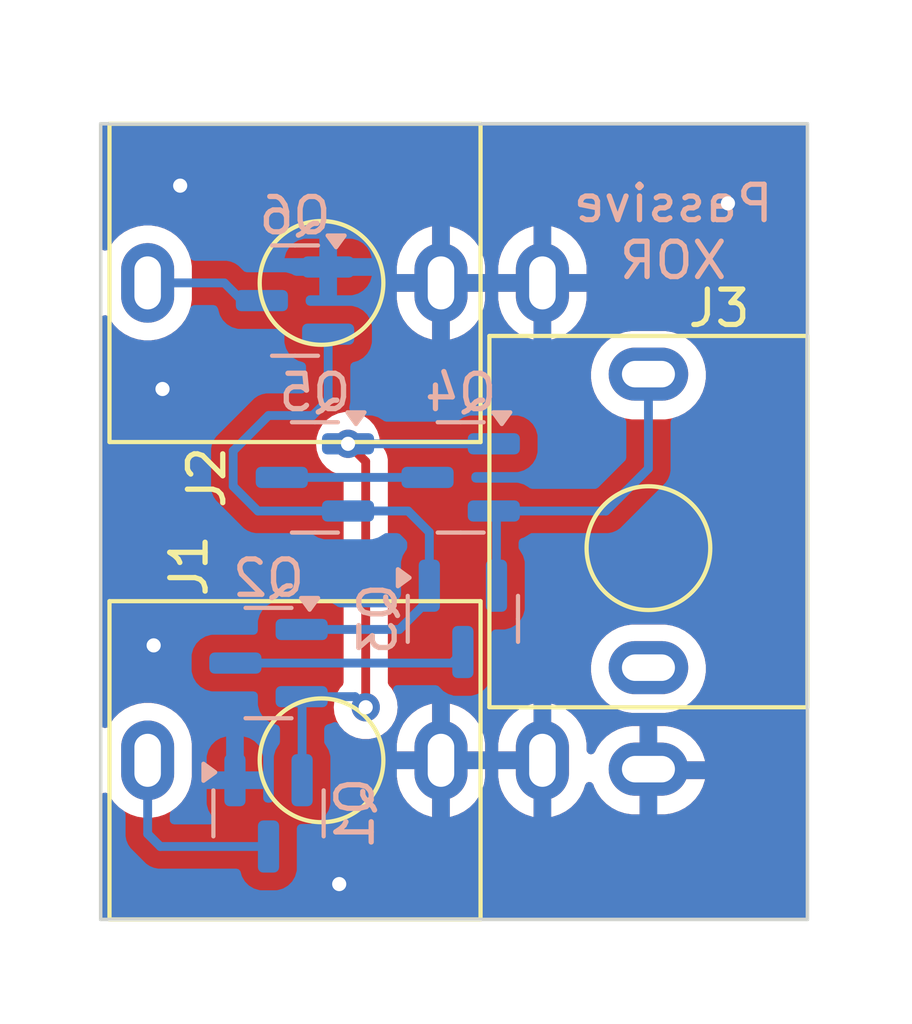
<source format=kicad_pcb>
(kicad_pcb (version 20240108) (generator "pcbnew") (generator_version "8.0")
  (layers (0 "F.Cu" signal) (31 "B.Cu" signal) (34 "B.Paste" user) (35 "F.Paste" user) (36 "B.SilkS" user "B.Silkscreen") (37 "F.SilkS" user "F.Silkscreen") (38 "B.Mask" user) (39 "F.Mask" user) (44 "Edge.Cuts" user))
  (net 0 "")
  (net 1 "GND")
  (net 2 "Net-(Q1-D)")
  (net 3 "Net-(Q6-D)")
  (net 4 "Net-(Q3-S)")
  (net 6 "Net-(Q1-S)")
  (net 7 "Net-(Q2-G)")
  (net 8 "Net-(Q2-D)")
  (net 9 "Net-(Q4-D)")
  (footprint "Custom_FP:PJ398SM" (layer "F.Cu") (at 165.5 87)
    (property "Reference" "J3" (at 2 -6.78 0) (layer "F.SilkS"))
    (property "Value" "AudioJack2_SwitchT")
    (fp_line (start -4.5 -6) (end -4.5 4.5) (stroke (width 0.12)) (layer "F.SilkS"))
    (fp_line (start -4.5 4.5) (end 4.5 4.5) (stroke (width 0.12)) (layer "F.SilkS"))
    (fp_line (start 4.5 -6) (end -4.5 -6) (stroke (width 0.12)) (layer "F.SilkS"))
    (fp_line (start 4.5 4.5) (end 4.5 -6) (stroke (width 0.12)) (layer "F.SilkS"))
    (fp_circle (center 0 0) (end 1.75 0) (stroke (width 0.12)) (fill none) (layer "F.SilkS"))
    (pad "S" thru_hole oval (at 0 6.25) (size 2.25 1.5) (drill oval 1.5 0.75) (layers "*.Cu" "*.Mask") (net 1 "GND"))
    (pad "T" thru_hole oval (at 0 -4.92) (size 2.25 1.5) (drill oval 1.5 0.75) (layers "*.Cu" "*.Mask") (net 4 "Net-(Q3-S)"))
    (pad "TN" thru_hole oval (at 0 3.38) (size 2.25 1.5) (drill oval 1.5 0.75) (layers "*.Cu" "*.Mask"))
  )
  (footprint "Custom_FP:PJ398SM" (layer "F.Cu") (at 156.25 79.5 90)
    (property "Reference" "J2" (at -5.5 -3.25 90) (layer "F.SilkS"))
    (property "Value" "AudioJack2_SwitchT")
    (fp_line (start 4.5 -6) (end -4.5 -6) (stroke (width 0.12)) (layer "F.SilkS"))
    (fp_line (start -4.5 -6) (end -4.5 4.5) (stroke (width 0.12)) (layer "F.SilkS"))
    (fp_line (start 4.5 4.5) (end 4.5 -6) (stroke (width 0.12)) (layer "F.SilkS"))
    (fp_line (start -4.5 4.5) (end 4.5 4.5) (stroke (width 0.12)) (layer "F.SilkS"))
    (fp_circle (center 0 0) (end 1.75 0) (stroke (width 0.12)) (fill none) (layer "F.SilkS"))
    (pad "S" thru_hole oval (at 0 6.25 90) (size 2.25 1.5) (drill oval 1.5 0.75) (layers "*.Cu" "*.Mask") (net 1 "GND"))
    (pad "T" thru_hole oval (at 0 -4.92 90) (size 2.25 1.5) (drill oval 1.5 0.75) (layers "*.Cu" "*.Mask") (net 3 "Net-(Q6-D)"))
    (pad "TN" thru_hole oval (at 0 3.38 90) (size 2.25 1.5) (drill oval 1.5 0.75) (layers "*.Cu" "*.Mask") (net 1 "GND"))
  )
  (footprint "Custom_FP:PJ398SM" (layer "F.Cu") (at 156.25 93 90)
    (property "Reference" "J1" (at 5.5 -3.75 90) (layer "F.SilkS"))
    (property "Value" "AudioJack2_SwitchT")
    (fp_line (start 4.5 -6) (end -4.5 -6) (stroke (width 0.12)) (layer "F.SilkS"))
    (fp_line (start -4.5 -6) (end -4.5 4.5) (stroke (width 0.12)) (layer "F.SilkS"))
    (fp_line (start 4.5 4.5) (end 4.5 -6) (stroke (width 0.12)) (layer "F.SilkS"))
    (fp_line (start -4.5 4.5) (end 4.5 4.5) (stroke (width 0.12)) (layer "F.SilkS"))
    (fp_circle (center 0 0) (end 1.75 0) (stroke (width 0.12)) (fill none) (layer "F.SilkS"))
    (pad "S" thru_hole oval (at 0 6.25 90) (size 2.25 1.5) (drill oval 1.5 0.75) (layers "*.Cu" "*.Mask") (net 1 "GND"))
    (pad "T" thru_hole oval (at 0 -4.92 90) (size 2.25 1.5) (drill oval 1.5 0.75) (layers "*.Cu" "*.Mask") (net 2 "Net-(Q1-D)"))
    (pad "TN" thru_hole oval (at 0 3.38 90) (size 2.25 1.5) (drill oval 1.5 0.75) (layers "*.Cu" "*.Mask") (net 1 "GND"))
  )
  (footprint "Package_TO_SOT_SMD:SOT-23" (layer "B.Cu") (at 154.75 90.25 180)
    (property "Reference" "Q2" (at 0 2.4 0) (layer "B.SilkS") (effects (justify mirror)))
    (property "Value" "BSS84")
    (fp_line (start 0.65 1.56) (end 0 1.56) (stroke (width 0.12)) (layer "B.SilkS"))
    (fp_line (start 0.65 -1.56) (end 0 -1.56) (stroke (width 0.12)) (layer "B.SilkS"))
    (fp_line (start -0.65 1.56) (end 0 1.56) (stroke (width 0.12)) (layer "B.SilkS"))
    (fp_line (start -0.65 -1.56) (end 0 -1.56) (stroke (width 0.12)) (layer "B.SilkS"))
    (fp_poly (pts (xy -1.1625 1.51) (xy -1.4025 1.84) (xy -0.9225 1.84) (xy -1.1625 1.51)) (stroke (width 0.12)) (fill solid) (layer "B.SilkS"))
    (pad "1" smd roundrect (at -0.9375 0.95 180) (size 1.475 0.6) (layers "B.Cu" "B.Paste" "B.Mask") (net 7 "Net-(Q2-G)"))
    (pad "2" smd roundrect (at -0.9375 -0.95 180) (size 1.475 0.6) (layers "B.Cu" "B.Paste" "B.Mask") (net 6 "Net-(Q1-S)"))
    (pad "3" smd roundrect (at 0.9375 0 180) (size 1.475 0.6) (layers "B.Cu" "B.Paste" "B.Mask") (net 8 "Net-(Q2-D)"))
  )
  (footprint "Package_TO_SOT_SMD:SOT-23" (layer "B.Cu") (at 160.25 89 -90)
    (property "Reference" "Q3" (at 0 2.4 90) (layer "B.SilkS") (effects (justify mirror)))
    (property "Value" "BSS84")
    (fp_line (start -0.65 1.56) (end 0 1.56) (stroke (width 0.12)) (layer "B.SilkS"))
    (fp_line (start 0.65 1.56) (end 0 1.56) (stroke (width 0.12)) (layer "B.SilkS"))
    (fp_line (start -0.65 -1.56) (end 0 -1.56) (stroke (width 0.12)) (layer "B.SilkS"))
    (fp_line (start 0.65 -1.56) (end 0 -1.56) (stroke (width 0.12)) (layer "B.SilkS"))
    (fp_poly (pts (xy -1.1625 1.51) (xy -1.4025 1.84) (xy -0.9225 1.84) (xy -1.1625 1.51)) (stroke (width 0.12)) (fill solid) (layer "B.SilkS"))
    (pad "1" smd roundrect (at -0.9375 0.95 270) (size 1.475 0.6) (layers "B.Cu" "B.Paste" "B.Mask") (net 7 "Net-(Q2-G)"))
    (pad "2" smd roundrect (at -0.9375 -0.95 270) (size 1.475 0.6) (layers "B.Cu" "B.Paste" "B.Mask") (net 4 "Net-(Q3-S)"))
    (pad "3" smd roundrect (at 0.9375 0 270) (size 1.475 0.6) (layers "B.Cu" "B.Paste" "B.Mask") (net 8 "Net-(Q2-D)"))
  )
  (footprint "Package_TO_SOT_SMD:SOT-23" (layer "B.Cu") (at 160.1875 85 180)
    (property "Reference" "Q4" (at 0 2.4 0) (layer "B.SilkS") (effects (justify mirror)))
    (property "Value" "BSS84")
    (fp_line (start 0.65 1.56) (end 0 1.56) (stroke (width 0.12)) (layer "B.SilkS"))
    (fp_line (start 0.65 -1.56) (end 0 -1.56) (stroke (width 0.12)) (layer "B.SilkS"))
    (fp_line (start -0.65 1.56) (end 0 1.56) (stroke (width 0.12)) (layer "B.SilkS"))
    (fp_line (start -0.65 -1.56) (end 0 -1.56) (stroke (width 0.12)) (layer "B.SilkS"))
    (fp_poly (pts (xy -1.1625 1.51) (xy -1.4025 1.84) (xy -0.9225 1.84) (xy -1.1625 1.51)) (stroke (width 0.12)) (fill solid) (layer "B.SilkS"))
    (pad "1" smd roundrect (at -0.9375 0.95 180) (size 1.475 0.6) (layers "B.Cu" "B.Paste" "B.Mask") (net 6 "Net-(Q1-S)"))
    (pad "2" smd roundrect (at -0.9375 -0.95 180) (size 1.475 0.6) (layers "B.Cu" "B.Paste" "B.Mask") (net 4 "Net-(Q3-S)"))
    (pad "3" smd roundrect (at 0.9375 0 180) (size 1.475 0.6) (layers "B.Cu" "B.Paste" "B.Mask") (net 9 "Net-(Q4-D)"))
  )
  (footprint "Package_TO_SOT_SMD:SOT-23" (layer "B.Cu") (at 154.75 94.5 -90)
    (property "Reference" "Q1" (at 0 -2.45 90) (layer "B.SilkS") (effects (justify mirror)))
    (property "Value" "BSS84")
    (fp_line (start -0.65 1.56) (end 0 1.56) (stroke (width 0.12)) (layer "B.SilkS"))
    (fp_line (start 0.65 1.56) (end 0 1.56) (stroke (width 0.12)) (layer "B.SilkS"))
    (fp_line (start -0.65 -1.56) (end 0 -1.56) (stroke (width 0.12)) (layer "B.SilkS"))
    (fp_line (start 0.65 -1.56) (end 0 -1.56) (stroke (width 0.12)) (layer "B.SilkS"))
    (fp_poly (pts (xy -1.1625 1.51) (xy -1.4025 1.84) (xy -0.9225 1.84) (xy -1.1625 1.51)) (stroke (width 0.12)) (fill solid) (layer "B.SilkS"))
    (pad "1" smd roundrect (at -0.9375 0.95 270) (size 1.475 0.6) (layers "B.Cu" "B.Paste" "B.Mask") (net 1 "GND"))
    (pad "2" smd roundrect (at -0.9375 -0.95 270) (size 1.475 0.6) (layers "B.Cu" "B.Paste" "B.Mask") (net 6 "Net-(Q1-S)"))
    (pad "3" smd roundrect (at 0.9375 0 270) (size 1.475 0.6) (layers "B.Cu" "B.Paste" "B.Mask") (net 2 "Net-(Q1-D)"))
  )
  (footprint "Package_TO_SOT_SMD:SOT-23" (layer "B.Cu") (at 155.5 80 180)
    (property "Reference" "Q6" (at 0 2.4 0) (layer "B.SilkS") (effects (justify mirror)))
    (property "Value" "BSS84")
    (fp_line (start 0.65 1.56) (end 0 1.56) (stroke (width 0.12)) (layer "B.SilkS"))
    (fp_line (start 0.65 -1.56) (end 0 -1.56) (stroke (width 0.12)) (layer "B.SilkS"))
    (fp_line (start -0.65 1.56) (end 0 1.56) (stroke (width 0.12)) (layer "B.SilkS"))
    (fp_line (start -0.65 -1.56) (end 0 -1.56) (stroke (width 0.12)) (layer "B.SilkS"))
    (fp_poly (pts (xy -1.1625 1.51) (xy -1.4025 1.84) (xy -0.9225 1.84) (xy -1.1625 1.51)) (stroke (width 0.12)) (fill solid) (layer "B.SilkS"))
    (pad "1" smd roundrect (at -0.9375 0.95 180) (size 1.475 0.6) (layers "B.Cu" "B.Paste" "B.Mask") (net 1 "GND"))
    (pad "2" smd roundrect (at -0.9375 -0.95 180) (size 1.475 0.6) (layers "B.Cu" "B.Paste" "B.Mask") (net 7 "Net-(Q2-G)"))
    (pad "3" smd roundrect (at 0.9375 0 180) (size 1.475 0.6) (layers "B.Cu" "B.Paste" "B.Mask") (net 3 "Net-(Q6-D)"))
  )
  (footprint "Package_TO_SOT_SMD:SOT-23" (layer "B.Cu") (at 156.0625 85 180)
    (property "Reference" "Q5" (at 0 2.4 0) (layer "B.SilkS") (effects (justify mirror)))
    (property "Value" "BSS84")
    (fp_line (start 0.65 1.56) (end 0 1.56) (stroke (width 0.12)) (layer "B.SilkS"))
    (fp_line (start 0.65 -1.56) (end 0 -1.56) (stroke (width 0.12)) (layer "B.SilkS"))
    (fp_line (start -0.65 1.56) (end 0 1.56) (stroke (width 0.12)) (layer "B.SilkS"))
    (fp_line (start -0.65 -1.56) (end 0 -1.56) (stroke (width 0.12)) (layer "B.SilkS"))
    (fp_poly (pts (xy -1.1625 1.51) (xy -1.4025 1.84) (xy -0.9225 1.84) (xy -1.1625 1.51)) (stroke (width 0.12)) (fill solid) (layer "B.SilkS"))
    (pad "1" smd roundrect (at -0.9375 0.95 180) (size 1.475 0.6) (layers "B.Cu" "B.Paste" "B.Mask") (net 6 "Net-(Q1-S)"))
    (pad "2" smd roundrect (at -0.9375 -0.95 180) (size 1.475 0.6) (layers "B.Cu" "B.Paste" "B.Mask") (net 7 "Net-(Q2-G)"))
    (pad "3" smd roundrect (at 0.9375 0 180) (size 1.475 0.6) (layers "B.Cu" "B.Paste" "B.Mask") (net 9 "Net-(Q4-D)"))
  )
  (gr_line (start 150 75) (end 150 97.5) (stroke (width 0.1)) (layer "Edge.Cuts"))
  (gr_line (start 150 97.5) (end 170 97.5) (stroke (width 0.1)) (layer "Edge.Cuts"))
  (gr_line (start 170 97.5) (end 170 75) (stroke (width 0.1)) (layer "Edge.Cuts"))
  (gr_line (start 170 75) (end 150 75) (stroke (width 0.1)) (layer "Edge.Cuts"))
  (gr_text "Passive\nXOR" (at 166.2 79.45 0) (layer "B.SilkS") (effects (font (size 1 1)) (justify bottom mirror)))
  (via (at 167.75 77.25) (size 0.8) (drill 0.4) (layers "F.Cu" "B.Cu") (net 1))
  (via (at 151.5 89.75) (size 0.8) (drill 0.4) (layers "F.Cu" "B.Cu") (net 1))
  (via (at 156.75 96.5) (size 0.8) (drill 0.4) (layers "F.Cu" "B.Cu") (net 1))
  (via (at 151.75 82.5) (size 0.8) (drill 0.4) (layers "F.Cu" "B.Cu") (net 1))
  (via (at 152.25 76.75) (size 0.8) (drill 0.4) (layers "F.Cu" "B.Cu") (net 1))
  (segment (start 151.33 93) (end 151.33 95.08) (width 0.25) (layer "B.Cu") (net 2))
  (segment (start 151.6875 95.4375) (end 154.75 95.4375) (width 0.25) (layer "B.Cu") (net 2))
  (segment (start 151.33 95.08) (end 151.6875 95.4375) (width 0.25) (layer "B.Cu") (net 2))
  (segment (start 151.33 79.5) (end 153.5 79.5) (width 0.25) (layer "B.Cu") (net 3))
  (segment (start 153.5 79.5) (end 154 80) (width 0.25) (layer "B.Cu") (net 3))
  (segment (start 154 80) (end 154.5625 80) (width 0.25) (layer "B.Cu") (net 3))
  (segment (start 161.2 88.0625) (end 161.2 86.025) (width 0.25) (layer "B.Cu") (net 4))
  (segment (start 161.2 86.025) (end 161.125 85.95) (width 0.25) (layer "B.Cu") (net 4))
  (segment (start 165.5 84.75) (end 165.5 82.11) (width 0.25) (layer "B.Cu") (net 4))
  (segment (start 161.125 85.95) (end 164.3 85.95) (width 0.25) (layer "B.Cu") (net 4))
  (segment (start 164.3 85.95) (end 165.5 84.75) (width 0.25) (layer "B.Cu") (net 4))
  (segment (start 157.5 84.55) (end 157 84.05) (width 0.25) (layer "F.Cu") (net 6))
  (segment (start 157.5 91.5) (end 157.5 84.55) (width 0.25) (layer "F.Cu") (net 6))
  (via (at 157.5 91.5) (size 0.8) (drill 0.4) (layers "F.Cu" "B.Cu") (net 6))
  (via (at 157 84.05) (size 0.8) (drill 0.4) (layers "F.Cu" "B.Cu") (net 6))
  (segment (start 155.7 91.2125) (end 155.6875 91.2) (width 0.25) (layer "B.Cu") (net 6))
  (segment (start 157.2 91.2) (end 157.5 91.5) (width 0.25) (layer "B.Cu") (net 6))
  (segment (start 155.7 93.5625) (end 155.7 91.2125) (width 0.25) (layer "B.Cu") (net 6))
  (segment (start 161.125 84.05) (end 157 84.05) (width 0.25) (layer "B.Cu") (net 6))
  (segment (start 155.6875 91.2) (end 157.2 91.2) (width 0.25) (layer "B.Cu") (net 6))
  (segment (start 156.4375 80.95) (end 156.4375 82.8125) (width 0.25) (layer "B.Cu") (net 7))
  (segment (start 153.75 85.25) (end 154.45 85.95) (width 0.25) (layer "B.Cu") (net 7))
  (segment (start 158.7 85.95) (end 159.3 86.55) (width 0.25) (layer "B.Cu") (net 7))
  (segment (start 156.4375 82.8125) (end 156 83.25) (width 0.25) (layer "B.Cu") (net 7))
  (segment (start 153.75 84.25) (end 153.75 85.25) (width 0.25) (layer "B.Cu") (net 7))
  (segment (start 159.3 86.55) (end 159.3 88.0625) (width 0.25) (layer "B.Cu") (net 7))
  (segment (start 154.75 83.25) (end 153.75 84.25) (width 0.25) (layer "B.Cu") (net 7))
  (segment (start 159.3 88.45) (end 159.3 88.0625) (width 0.25) (layer "B.Cu") (net 7))
  (segment (start 156 83.25) (end 154.75 83.25) (width 0.25) (layer "B.Cu") (net 7))
  (segment (start 154.45 85.95) (end 157 85.95) (width 0.25) (layer "B.Cu") (net 7))
  (segment (start 158.45 89.3) (end 159.3 88.45) (width 0.25) (layer "B.Cu") (net 7))
  (segment (start 155.6875 89.3) (end 158.45 89.3) (width 0.25) (layer "B.Cu") (net 7))
  (segment (start 157 85.95) (end 158.7 85.95) (width 0.25) (layer "B.Cu") (net 7))
  (segment (start 153.8125 90.25) (end 159.9375 90.25) (width 0.25) (layer "B.Cu") (net 8))
  (segment (start 159.9375 90.25) (end 160.25 89.9375) (width 0.25) (layer "B.Cu") (net 8))
  (segment (start 159.25 85) (end 155.125 85) (width 0.25) (layer "B.Cu") (net 9))
  (zone (net 1) (net_name "GND") (layers "F&B.Cu") (connect_pads (clearance 0.5)) (min_thickness 0.25) (fill yes (thermal_gap 0.5) (thermal_bridge_width 0.5))
    (polygon (pts (xy 149.25 74) (xy 149 98.75) (xy 172 98.75) (xy 172 72.5) (xy 169.75 71.5)))
  )
)
</source>
